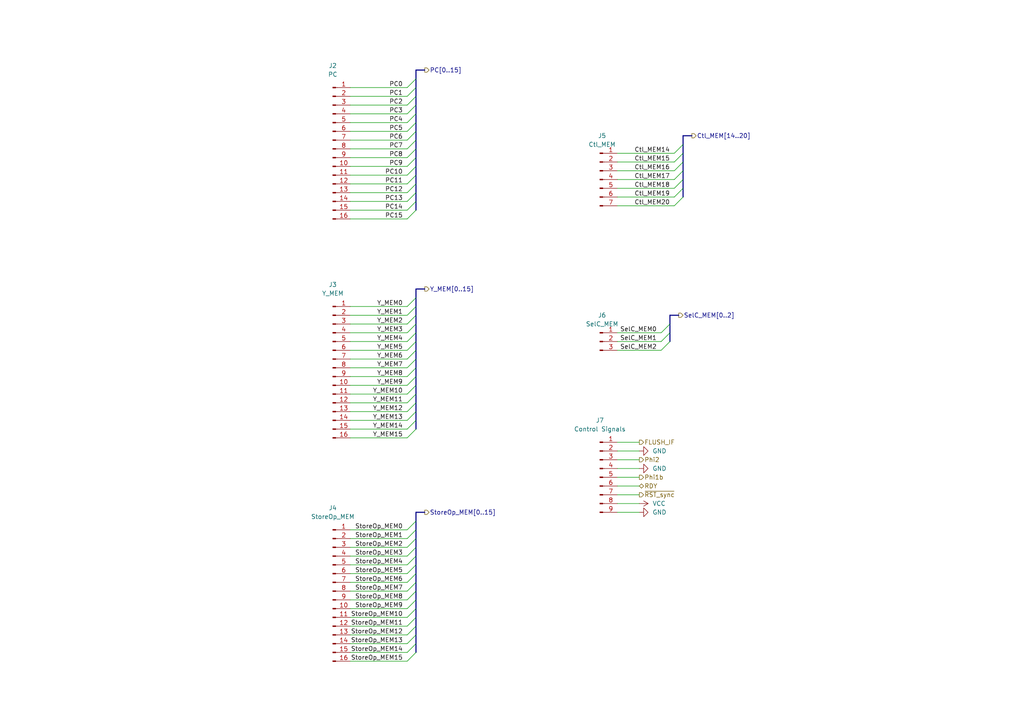
<source format=kicad_sch>
(kicad_sch (version 20230121) (generator eeschema)
  (paper "A4")
  (title_block (title "Turtle16: MEM Prototype Inputs") (date "2023-04-01") (rev "A") (comment 4 "Headers for various inputs to the prototype board"))
  (lib_symbols
    (symbol "Connector:Conn_01x03_Pin" (pin_names (offset 1.016) hide)
      (property "Reference" "J" (at 0 5.08 0))
      (property "Value" "Conn_01x03_Pin" (at 0 -5.08 0))
      (symbol "Conn_01x03_Pin_1_1"
        (polyline (pts (xy 1.27 -2.54) (xy 0.8636 -2.54)) (stroke (width 0.1524)))
        (polyline (pts (xy 1.27 0) (xy 0.8636 0)) (stroke (width 0.1524)))
        (polyline (pts (xy 1.27 2.54) (xy 0.8636 2.54)) (stroke (width 0.1524)))
        (rectangle (start 0.8636 -2.413) (end 0 -2.667) (stroke (width 0.1524)) (fill (type outline)))
        (rectangle (start 0.8636 0.127) (end 0 -0.127) (stroke (width 0.1524)) (fill (type outline)))
        (rectangle (start 0.8636 2.667) (end 0 2.413) (stroke (width 0.1524)) (fill (type outline)))
        (pin passive line (at 5.08 2.54 180) (length 3.81) (name "Pin_1") (number "1"))
        (pin passive line (at 5.08 0 180) (length 3.81) (name "Pin_2") (number "2"))
        (pin passive line (at 5.08 -2.54 180) (length 3.81) (name "Pin_3") (number "3"))
      )
    )
    (symbol "Connector:Conn_01x07_Pin" (pin_names (offset 1.016) hide)
      (property "Reference" "J" (at 0 10.16 0))
      (property "Value" "Conn_01x07_Pin" (at 0 -10.16 0))
      (symbol "Conn_01x07_Pin_1_1"
        (polyline (pts (xy 1.27 -7.62) (xy 0.8636 -7.62)) (stroke (width 0.1524)))
        (polyline (pts (xy 1.27 -5.08) (xy 0.8636 -5.08)) (stroke (width 0.1524)))
        (polyline (pts (xy 1.27 -2.54) (xy 0.8636 -2.54)) (stroke (width 0.1524)))
        (polyline (pts (xy 1.27 0) (xy 0.8636 0)) (stroke (width 0.1524)))
        (polyline (pts (xy 1.27 2.54) (xy 0.8636 2.54)) (stroke (width 0.1524)))
        (polyline (pts (xy 1.27 5.08) (xy 0.8636 5.08)) (stroke (width 0.1524)))
        (polyline (pts (xy 1.27 7.62) (xy 0.8636 7.62)) (stroke (width 0.1524)))
        (rectangle (start 0.8636 -7.493) (end 0 -7.747) (stroke (width 0.1524)) (fill (type outline)))
        (rectangle (start 0.8636 -4.953) (end 0 -5.207) (stroke (width 0.1524)) (fill (type outline)))
        (rectangle (start 0.8636 -2.413) (end 0 -2.667) (stroke (width 0.1524)) (fill (type outline)))
        (rectangle (start 0.8636 0.127) (end 0 -0.127) (stroke (width 0.1524)) (fill (type outline)))
        (rectangle (start 0.8636 2.667) (end 0 2.413) (stroke (width 0.1524)) (fill (type outline)))
        (rectangle (start 0.8636 5.207) (end 0 4.953) (stroke (width 0.1524)) (fill (type outline)))
        (rectangle (start 0.8636 7.747) (end 0 7.493) (stroke (width 0.1524)) (fill (type outline)))
        (pin passive line (at 5.08 7.62 180) (length 3.81) (name "Pin_1") (number "1"))
        (pin passive line (at 5.08 5.08 180) (length 3.81) (name "Pin_2") (number "2"))
        (pin passive line (at 5.08 2.54 180) (length 3.81) (name "Pin_3") (number "3"))
        (pin passive line (at 5.08 0 180) (length 3.81) (name "Pin_4") (number "4"))
        (pin passive line (at 5.08 -2.54 180) (length 3.81) (name "Pin_5") (number "5"))
        (pin passive line (at 5.08 -5.08 180) (length 3.81) (name "Pin_6") (number "6"))
        (pin passive line (at 5.08 -7.62 180) (length 3.81) (name "Pin_7") (number "7"))
      )
    )
    (symbol "Connector:Conn_01x09_Pin" (pin_names (offset 1.016) hide)
      (property "Reference" "J" (at 0 12.7 0))
      (property "Value" "Conn_01x09_Pin" (at 0 -12.7 0))
      (symbol "Conn_01x09_Pin_1_1"
        (polyline (pts (xy 1.27 -10.16) (xy 0.8636 -10.16)) (stroke (width 0.1524)))
        (polyline (pts (xy 1.27 -7.62) (xy 0.8636 -7.62)) (stroke (width 0.1524)))
        (polyline (pts (xy 1.27 -5.08) (xy 0.8636 -5.08)) (stroke (width 0.1524)))
        (polyline (pts (xy 1.27 -2.54) (xy 0.8636 -2.54)) (stroke (width 0.1524)))
        (polyline (pts (xy 1.27 0) (xy 0.8636 0)) (stroke (width 0.1524)))
        (polyline (pts (xy 1.27 2.54) (xy 0.8636 2.54)) (stroke (width 0.1524)))
        (polyline (pts (xy 1.27 5.08) (xy 0.8636 5.08)) (stroke (width 0.1524)))
        (polyline (pts (xy 1.27 7.62) (xy 0.8636 7.62)) (stroke (width 0.1524)))
        (polyline (pts (xy 1.27 10.16) (xy 0.8636 10.16)) (stroke (width 0.1524)))
        (rectangle (start 0.8636 -10.033) (end 0 -10.287) (stroke (width 0.1524)) (fill (type outline)))
        (rectangle (start 0.8636 -7.493) (end 0 -7.747) (stroke (width 0.1524)) (fill (type outline)))
        (rectangle (start 0.8636 -4.953) (end 0 -5.207) (stroke (width 0.1524)) (fill (type outline)))
        (rectangle (start 0.8636 -2.413) (end 0 -2.667) (stroke (width 0.1524)) (fill (type outline)))
        (rectangle (start 0.8636 0.127) (end 0 -0.127) (stroke (width 0.1524)) (fill (type outline)))
        (rectangle (start 0.8636 2.667) (end 0 2.413) (stroke (width 0.1524)) (fill (type outline)))
        (rectangle (start 0.8636 5.207) (end 0 4.953) (stroke (width 0.1524)) (fill (type outline)))
        (rectangle (start 0.8636 7.747) (end 0 7.493) (stroke (width 0.1524)) (fill (type outline)))
        (rectangle (start 0.8636 10.287) (end 0 10.033) (stroke (width 0.1524)) (fill (type outline)))
        (pin passive line (at 5.08 10.16 180) (length 3.81) (name "Pin_1") (number "1"))
        (pin passive line (at 5.08 7.62 180) (length 3.81) (name "Pin_2") (number "2"))
        (pin passive line (at 5.08 5.08 180) (length 3.81) (name "Pin_3") (number "3"))
        (pin passive line (at 5.08 2.54 180) (length 3.81) (name "Pin_4") (number "4"))
        (pin passive line (at 5.08 0 180) (length 3.81) (name "Pin_5") (number "5"))
        (pin passive line (at 5.08 -2.54 180) (length 3.81) (name "Pin_6") (number "6"))
        (pin passive line (at 5.08 -5.08 180) (length 3.81) (name "Pin_7") (number "7"))
        (pin passive line (at 5.08 -7.62 180) (length 3.81) (name "Pin_8") (number "8"))
        (pin passive line (at 5.08 -10.16 180) (length 3.81) (name "Pin_9") (number "9"))
      )
    )
    (symbol "Connector:Conn_01x16_Pin" (pin_names (offset 1.016) hide)
      (property "Reference" "J" (at 0 20.32 0))
      (property "Value" "Conn_01x16_Pin" (at 0 -22.86 0))
      (symbol "Conn_01x16_Pin_1_1"
        (polyline (pts (xy 1.27 -20.32) (xy 0.8636 -20.32)) (stroke (width 0.1524)))
        (polyline (pts (xy 1.27 -17.78) (xy 0.8636 -17.78)) (stroke (width 0.1524)))
        (polyline (pts (xy 1.27 -15.24) (xy 0.8636 -15.24)) (stroke (width 0.1524)))
        (polyline (pts (xy 1.27 -12.7) (xy 0.8636 -12.7)) (stroke (width 0.1524)))
        (polyline (pts (xy 1.27 -10.16) (xy 0.8636 -10.16)) (stroke (width 0.1524)))
        (polyline (pts (xy 1.27 -7.62) (xy 0.8636 -7.62)) (stroke (width 0.1524)))
        (polyline (pts (xy 1.27 -5.08) (xy 0.8636 -5.08)) (stroke (width 0.1524)))
        (polyline (pts (xy 1.27 -2.54) (xy 0.8636 -2.54)) (stroke (width 0.1524)))
        (polyline (pts (xy 1.27 0) (xy 0.8636 0)) (stroke (width 0.1524)))
        (polyline (pts (xy 1.27 2.54) (xy 0.8636 2.54)) (stroke (width 0.1524)))
        (polyline (pts (xy 1.27 5.08) (xy 0.8636 5.08)) (stroke (width 0.1524)))
        (polyline (pts (xy 1.27 7.62) (xy 0.8636 7.62)) (stroke (width 0.1524)))
        (polyline (pts (xy 1.27 10.16) (xy 0.8636 10.16)) (stroke (width 0.1524)))
        (polyline (pts (xy 1.27 12.7) (xy 0.8636 12.7)) (stroke (width 0.1524)))
        (polyline (pts (xy 1.27 15.24) (xy 0.8636 15.24)) (stroke (width 0.1524)))
        (polyline (pts (xy 1.27 17.78) (xy 0.8636 17.78)) (stroke (width 0.1524)))
        (rectangle (start 0.8636 -20.193) (end 0 -20.447) (stroke (width 0.1524)) (fill (type outline)))
        (rectangle (start 0.8636 -17.653) (end 0 -17.907) (stroke (width 0.1524)) (fill (type outline)))
        (rectangle (start 0.8636 -15.113) (end 0 -15.367) (stroke (width 0.1524)) (fill (type outline)))
        (rectangle (start 0.8636 -12.573) (end 0 -12.827) (stroke (width 0.1524)) (fill (type outline)))
        (rectangle (start 0.8636 -10.033) (end 0 -10.287) (stroke (width 0.1524)) (fill (type outline)))
        (rectangle (start 0.8636 -7.493) (end 0 -7.747) (stroke (width 0.1524)) (fill (type outline)))
        (rectangle (start 0.8636 -4.953) (end 0 -5.207) (stroke (width 0.1524)) (fill (type outline)))
        (rectangle (start 0.8636 -2.413) (end 0 -2.667) (stroke (width 0.1524)) (fill (type outline)))
        (rectangle (start 0.8636 0.127) (end 0 -0.127) (stroke (width 0.1524)) (fill (type outline)))
        (rectangle (start 0.8636 2.667) (end 0 2.413) (stroke (width 0.1524)) (fill (type outline)))
        (rectangle (start 0.8636 5.207) (end 0 4.953) (stroke (width 0.1524)) (fill (type outline)))
        (rectangle (start 0.8636 7.747) (end 0 7.493) (stroke (width 0.1524)) (fill (type outline)))
        (rectangle (start 0.8636 10.287) (end 0 10.033) (stroke (width 0.1524)) (fill (type outline)))
        (rectangle (start 0.8636 12.827) (end 0 12.573) (stroke (width 0.1524)) (fill (type outline)))
        (rectangle (start 0.8636 15.367) (end 0 15.113) (stroke (width 0.1524)) (fill (type outline)))
        (rectangle (start 0.8636 17.907) (end 0 17.653) (stroke (width 0.1524)) (fill (type outline)))
        (pin passive line (at 5.08 17.78 180) (length 3.81) (name "Pin_1") (number "1"))
        (pin passive line (at 5.08 -5.08 180) (length 3.81) (name "Pin_10") (number "10"))
        (pin passive line (at 5.08 -7.62 180) (length 3.81) (name "Pin_11") (number "11"))
        (pin passive line (at 5.08 -10.16 180) (length 3.81) (name "Pin_12") (number "12"))
        (pin passive line (at 5.08 -12.7 180) (length 3.81) (name "Pin_13") (number "13"))
        (pin passive line (at 5.08 -15.24 180) (length 3.81) (name "Pin_14") (number "14"))
        (pin passive line (at 5.08 -17.78 180) (length 3.81) (name "Pin_15") (number "15"))
        (pin passive line (at 5.08 -20.32 180) (length 3.81) (name "Pin_16") (number "16"))
        (pin passive line (at 5.08 15.24 180) (length 3.81) (name "Pin_2") (number "2"))
        (pin passive line (at 5.08 12.7 180) (length 3.81) (name "Pin_3") (number "3"))
        (pin passive line (at 5.08 10.16 180) (length 3.81) (name "Pin_4") (number "4"))
        (pin passive line (at 5.08 7.62 180) (length 3.81) (name "Pin_5") (number "5"))
        (pin passive line (at 5.08 5.08 180) (length 3.81) (name "Pin_6") (number "6"))
        (pin passive line (at 5.08 2.54 180) (length 3.81) (name "Pin_7") (number "7"))
        (pin passive line (at 5.08 0 180) (length 3.81) (name "Pin_8") (number "8"))
        (pin passive line (at 5.08 -2.54 180) (length 3.81) (name "Pin_9") (number "9"))
      )
    )
    (symbol "power:GND" (power) (pin_names (offset 0))
      (property "Value" "GND" (at 0 -3.81 0))
      (symbol "GND_0_1"
        (polyline (pts (xy 0 0) (xy 0 -1.27) (xy 1.27 -1.27) (xy 0 -2.54) (xy -1.27 -1.27) (xy 0 -1.27)))
      )
      (symbol "GND_1_1"
        (pin power_in line (at 0 0 270) (length 0) hide (name "GND") (number "1"))
      )
    )
    (symbol "power:VCC" (power) (pin_names (offset 0))
      (property "Value" "VCC" (at 0 3.81 0))
      (symbol "VCC_0_1"
        (polyline (pts (xy -0.762 1.27) (xy 0 2.54)))
        (polyline (pts (xy 0 0) (xy 0 2.54)))
        (polyline (pts (xy 0 2.54) (xy 0.762 1.27)))
      )
      (symbol "VCC_1_1"
        (pin power_in line (at 0 0 90) (length 0) hide (name "VCC") (number "1"))
      )
    )
  )
  (bus_entry (at 120.65 38.1) (size -2.54 2.54))
  (bus_entry (at 120.65 104.14) (size -2.54 2.54))
  (bus_entry (at 120.65 22.86) (size -2.54 2.54))
  (bus_entry (at 120.65 88.9) (size -2.54 2.54))
  (bus_entry (at 120.65 114.3) (size -2.54 2.54))
  (bus_entry (at 120.65 27.94) (size -2.54 2.54))
  (bus_entry (at 120.65 106.68) (size -2.54 2.54))
  (bus_entry (at 120.65 179.07) (size -2.54 2.54))
  (bus_entry (at 198.12 46.99) (size -2.54 2.54))
  (bus_entry (at 120.65 153.67) (size -2.54 2.54))
  (bus_entry (at 120.65 55.88) (size -2.54 2.54))
  (bus_entry (at 120.65 111.76) (size -2.54 2.54))
  (bus_entry (at 120.65 176.53) (size -2.54 2.54))
  (bus_entry (at 120.65 119.38) (size -2.54 2.54))
  (bus_entry (at 120.65 25.4) (size -2.54 2.54))
  (bus_entry (at 120.65 35.56) (size -2.54 2.54))
  (bus_entry (at 120.65 173.99) (size -2.54 2.54))
  (bus_entry (at 198.12 57.15) (size -2.54 2.54))
  (bus_entry (at 120.65 91.44) (size -2.54 2.54))
  (bus_entry (at 120.65 161.29) (size -2.54 2.54))
  (bus_entry (at 120.65 86.36) (size -2.54 2.54))
  (bus_entry (at 120.65 163.83) (size -2.54 2.54))
  (bus_entry (at 120.65 156.21) (size -2.54 2.54))
  (bus_entry (at 120.65 96.52) (size -2.54 2.54))
  (bus_entry (at 198.12 52.07) (size -2.54 2.54))
  (bus_entry (at 120.65 101.6) (size -2.54 2.54))
  (bus_entry (at 120.65 166.37) (size -2.54 2.54))
  (bus_entry (at 120.65 189.23) (size -2.54 2.54))
  (bus_entry (at 120.65 50.8) (size -2.54 2.54))
  (bus_entry (at 120.65 121.92) (size -2.54 2.54))
  (bus_entry (at 194.31 93.98) (size -2.54 2.54))
  (bus_entry (at 120.65 184.15) (size -2.54 2.54))
  (bus_entry (at 120.65 53.34) (size -2.54 2.54))
  (bus_entry (at 120.65 171.45) (size -2.54 2.54))
  (bus_entry (at 120.65 60.96) (size -2.54 2.54))
  (bus_entry (at 120.65 181.61) (size -2.54 2.54))
  (bus_entry (at 194.31 96.52) (size -2.54 2.54))
  (bus_entry (at 194.31 99.06) (size -2.54 2.54))
  (bus_entry (at 120.65 124.46) (size -2.54 2.54))
  (bus_entry (at 120.65 45.72) (size -2.54 2.54))
  (bus_entry (at 120.65 93.98) (size -2.54 2.54))
  (bus_entry (at 198.12 54.61) (size -2.54 2.54))
  (bus_entry (at 120.65 58.42) (size -2.54 2.54))
  (bus_entry (at 120.65 99.06) (size -2.54 2.54))
  (bus_entry (at 198.12 41.91) (size -2.54 2.54))
  (bus_entry (at 198.12 49.53) (size -2.54 2.54))
  (bus_entry (at 120.65 109.22) (size -2.54 2.54))
  (bus_entry (at 120.65 33.02) (size -2.54 2.54))
  (bus_entry (at 120.65 168.91) (size -2.54 2.54))
  (bus_entry (at 120.65 43.18) (size -2.54 2.54))
  (bus_entry (at 120.65 186.69) (size -2.54 2.54))
  (bus_entry (at 120.65 151.13) (size -2.54 2.54))
  (bus_entry (at 198.12 44.45) (size -2.54 2.54))
  (bus_entry (at 120.65 48.26) (size -2.54 2.54))
  (bus_entry (at 120.65 40.64) (size -2.54 2.54))
  (bus_entry (at 120.65 116.84) (size -2.54 2.54))
  (bus_entry (at 120.65 158.75) (size -2.54 2.54))
  (bus_entry (at 120.65 30.48) (size -2.54 2.54))
  (bus (pts (xy 194.31 96.52) (xy 194.31 99.06)))
  (wire (pts (xy 179.07 138.43) (xy 185.42 138.43)))
  (bus (pts (xy 120.65 119.38) (xy 120.65 121.92)))
  (bus (pts (xy 120.65 88.9) (xy 120.65 91.44)))
  (wire (pts (xy 118.11 58.42) (xy 101.6 58.42)))
  (bus (pts (xy 120.65 156.21) (xy 120.65 158.75)))
  (bus (pts (xy 120.65 30.48) (xy 120.65 33.02)))
  (wire (pts (xy 191.77 101.6) (xy 179.07 101.6)))
  (wire (pts (xy 118.11 40.64) (xy 101.6 40.64)))
  (bus (pts (xy 120.65 186.69) (xy 120.65 189.23)))
  (wire (pts (xy 118.11 121.92) (xy 101.6 121.92)))
  (wire (pts (xy 118.11 116.84) (xy 101.6 116.84)))
  (wire (pts (xy 191.77 96.52) (xy 179.07 96.52)))
  (wire (pts (xy 118.11 163.83) (xy 101.6 163.83)))
  (bus (pts (xy 120.65 158.75) (xy 120.65 161.29)))
  (wire (pts (xy 195.58 49.53) (xy 179.07 49.53)))
  (bus (pts (xy 120.65 176.53) (xy 120.65 179.07)))
  (wire (pts (xy 118.11 111.76) (xy 101.6 111.76)))
  (bus (pts (xy 120.65 166.37) (xy 120.65 168.91)))
  (wire (pts (xy 118.11 189.23) (xy 101.6 189.23)))
  (bus (pts (xy 120.65 86.36) (xy 120.65 88.9)))
  (bus (pts (xy 120.65 184.15) (xy 120.65 186.69)))
  (bus (pts (xy 120.65 106.68) (xy 120.65 109.22)))
  (bus (pts (xy 120.65 25.4) (xy 120.65 27.94)))
  (bus (pts (xy 120.65 121.92) (xy 120.65 124.46)))
  (wire (pts (xy 179.07 128.27) (xy 185.42 128.27)))
  (wire (pts (xy 118.11 171.45) (xy 101.6 171.45)))
  (wire (pts (xy 118.11 91.44) (xy 101.6 91.44)))
  (bus (pts (xy 120.65 181.61) (xy 120.65 184.15)))
  (wire (pts (xy 179.07 146.05) (xy 185.42 146.05)))
  (wire (pts (xy 118.11 181.61) (xy 101.6 181.61)))
  (wire (pts (xy 118.11 53.34) (xy 101.6 53.34)))
  (wire (pts (xy 118.11 186.69) (xy 101.6 186.69)))
  (wire (pts (xy 118.11 88.9) (xy 101.6 88.9)))
  (bus (pts (xy 120.65 22.86) (xy 120.65 25.4)))
  (bus (pts (xy 120.65 179.07) (xy 120.65 181.61)))
  (wire (pts (xy 118.11 38.1) (xy 101.6 38.1)))
  (wire (pts (xy 118.11 45.72) (xy 101.6 45.72)))
  (wire (pts (xy 118.11 48.26) (xy 101.6 48.26)))
  (wire (pts (xy 118.11 101.6) (xy 101.6 101.6)))
  (bus (pts (xy 120.65 104.14) (xy 120.65 106.68)))
  (bus (pts (xy 120.65 40.64) (xy 120.65 43.18)))
  (bus (pts (xy 120.65 27.94) (xy 120.65 30.48)))
  (wire (pts (xy 195.58 44.45) (xy 179.07 44.45)))
  (bus (pts (xy 194.31 91.44) (xy 194.31 93.98)))
  (wire (pts (xy 179.07 140.97) (xy 185.42 140.97)))
  (bus (pts (xy 120.65 93.98) (xy 120.65 96.52)))
  (wire (pts (xy 118.11 153.67) (xy 101.6 153.67)))
  (bus (pts (xy 120.65 53.34) (xy 120.65 55.88)))
  (bus (pts (xy 123.19 148.59) (xy 120.65 148.59)))
  (wire (pts (xy 118.11 25.4) (xy 101.6 25.4)))
  (bus (pts (xy 198.12 46.99) (xy 198.12 49.53)))
  (wire (pts (xy 195.58 52.07) (xy 179.07 52.07)))
  (bus (pts (xy 198.12 52.07) (xy 198.12 54.61)))
  (bus (pts (xy 120.65 91.44) (xy 120.65 93.98)))
  (bus (pts (xy 196.85 91.44) (xy 194.31 91.44)))
  (bus (pts (xy 120.65 43.18) (xy 120.65 45.72)))
  (wire (pts (xy 118.11 99.06) (xy 101.6 99.06)))
  (wire (pts (xy 118.11 127) (xy 101.6 127)))
  (wire (pts (xy 179.07 148.59) (xy 185.42 148.59)))
  (bus (pts (xy 120.65 111.76) (xy 120.65 114.3)))
  (bus (pts (xy 120.65 153.67) (xy 120.65 156.21)))
  (bus (pts (xy 120.65 101.6) (xy 120.65 104.14)))
  (wire (pts (xy 179.07 130.81) (xy 185.42 130.81)))
  (wire (pts (xy 195.58 46.99) (xy 179.07 46.99)))
  (bus (pts (xy 200.66 39.37) (xy 198.12 39.37)))
  (wire (pts (xy 195.58 59.69) (xy 179.07 59.69)))
  (wire (pts (xy 118.11 191.77) (xy 101.6 191.77)))
  (bus (pts (xy 120.65 96.52) (xy 120.65 99.06)))
  (wire (pts (xy 118.11 93.98) (xy 101.6 93.98)))
  (wire (pts (xy 118.11 27.94) (xy 101.6 27.94)))
  (bus (pts (xy 198.12 41.91) (xy 198.12 44.45)))
  (bus (pts (xy 120.65 45.72) (xy 120.65 48.26)))
  (bus (pts (xy 120.65 148.59) (xy 120.65 151.13)))
  (bus (pts (xy 120.65 50.8) (xy 120.65 53.34)))
  (wire (pts (xy 179.07 135.89) (xy 185.42 135.89)))
  (bus (pts (xy 120.65 151.13) (xy 120.65 153.67)))
  (wire (pts (xy 118.11 173.99) (xy 101.6 173.99)))
  (bus (pts (xy 120.65 173.99) (xy 120.65 176.53)))
  (wire (pts (xy 118.11 33.02) (xy 101.6 33.02)))
  (wire (pts (xy 118.11 55.88) (xy 101.6 55.88)))
  (bus (pts (xy 198.12 44.45) (xy 198.12 46.99)))
  (bus (pts (xy 120.65 99.06) (xy 120.65 101.6)))
  (wire (pts (xy 118.11 166.37) (xy 101.6 166.37)))
  (wire (pts (xy 118.11 184.15) (xy 101.6 184.15)))
  (bus (pts (xy 120.65 83.82) (xy 120.65 86.36)))
  (bus (pts (xy 120.65 35.56) (xy 120.65 38.1)))
  (wire (pts (xy 118.11 106.68) (xy 101.6 106.68)))
  (bus (pts (xy 198.12 39.37) (xy 198.12 41.91)))
  (wire (pts (xy 118.11 158.75) (xy 101.6 158.75)))
  (wire (pts (xy 118.11 30.48) (xy 101.6 30.48)))
  (wire (pts (xy 118.11 176.53) (xy 101.6 176.53)))
  (wire (pts (xy 118.11 109.22) (xy 101.6 109.22)))
  (wire (pts (xy 191.77 99.06) (xy 179.07 99.06)))
  (bus (pts (xy 120.65 33.02) (xy 120.65 35.56)))
  (wire (pts (xy 118.11 35.56) (xy 101.6 35.56)))
  (bus (pts (xy 120.65 109.22) (xy 120.65 111.76)))
  (wire (pts (xy 118.11 156.21) (xy 101.6 156.21)))
  (bus (pts (xy 123.19 83.82) (xy 120.65 83.82)))
  (wire (pts (xy 118.11 50.8) (xy 101.6 50.8)))
  (wire (pts (xy 118.11 124.46) (xy 101.6 124.46)))
  (bus (pts (xy 120.65 38.1) (xy 120.65 40.64)))
  (wire (pts (xy 195.58 57.15) (xy 179.07 57.15)))
  (wire (pts (xy 118.11 43.18) (xy 101.6 43.18)))
  (wire (pts (xy 118.11 104.14) (xy 101.6 104.14)))
  (bus (pts (xy 120.65 163.83) (xy 120.65 166.37)))
  (bus (pts (xy 198.12 49.53) (xy 198.12 52.07)))
  (bus (pts (xy 194.31 93.98) (xy 194.31 96.52)))
  (wire (pts (xy 118.11 96.52) (xy 101.6 96.52)))
  (wire (pts (xy 179.07 143.51) (xy 185.42 143.51)))
  (bus (pts (xy 120.65 20.32) (xy 120.65 22.86)))
  (wire (pts (xy 118.11 179.07) (xy 101.6 179.07)))
  (wire (pts (xy 118.11 114.3) (xy 101.6 114.3)))
  (wire (pts (xy 118.11 60.96) (xy 101.6 60.96)))
  (wire (pts (xy 195.58 54.61) (xy 179.07 54.61)))
  (bus (pts (xy 120.65 58.42) (xy 120.65 60.96)))
  (bus (pts (xy 120.65 114.3) (xy 120.65 116.84)))
  (bus (pts (xy 120.65 48.26) (xy 120.65 50.8)))
  (wire (pts (xy 179.07 133.35) (xy 185.42 133.35)))
  (bus (pts (xy 120.65 116.84) (xy 120.65 119.38)))
  (bus (pts (xy 123.19 20.32) (xy 120.65 20.32)))
  (wire (pts (xy 118.11 63.5) (xy 101.6 63.5)))
  (bus (pts (xy 198.12 54.61) (xy 198.12 57.15)))
  (bus (pts (xy 120.65 171.45) (xy 120.65 173.99)))
  (wire (pts (xy 118.11 119.38) (xy 101.6 119.38)))
  (bus (pts (xy 120.65 161.29) (xy 120.65 163.83)))
  (wire (pts (xy 118.11 161.29) (xy 101.6 161.29)))
  (wire (pts (xy 118.11 168.91) (xy 101.6 168.91)))
  (bus (pts (xy 120.65 168.91) (xy 120.65 171.45)))
  (bus (pts (xy 120.65 55.88) (xy 120.65 58.42)))
  (label "Y_MEM10" (at 116.84 114.3 180))
  (label "Ctl_MEM14" (at 194.31 44.45 180))
  (label "SelC_MEM1" (at 190.5 99.06 180))
  (label "PC7" (at 116.84 43.18 180))
  (label "StoreOp_MEM2" (at 116.84 158.75 180))
  (label "StoreOp_MEM1" (at 116.84 156.21 180))
  (label "Y_MEM8" (at 116.84 109.22 180))
  (label "StoreOp_MEM12" (at 116.84 184.15 180))
  (label "StoreOp_MEM8" (at 116.84 173.99 180))
  (label "Y_MEM2" (at 116.84 93.98 180))
  (label "Y_MEM12" (at 116.84 119.38 180))
  (label "Y_MEM5" (at 116.84 101.6 180))
  (label "Ctl_MEM16" (at 194.31 49.53 180))
  (label "PC1" (at 116.84 27.94 180))
  (label "PC4" (at 116.84 35.56 180))
  (label "PC8" (at 116.84 45.72 180))
  (label "StoreOp_MEM15" (at 116.84 191.77 180))
  (label "Ctl_MEM17" (at 194.31 52.07 180))
  (label "Y_MEM3" (at 116.84 96.52 180))
  (label "Y_MEM7" (at 116.84 106.68 180))
  (label "StoreOp_MEM11" (at 116.84 181.61 180))
  (label "Y_MEM9" (at 116.84 111.76 180))
  (label "PC14" (at 116.84 60.96 180))
  (label "SelC_MEM0" (at 190.5 96.52 180))
  (label "Y_MEM13" (at 116.84 121.92 180))
  (label "PC15" (at 116.84 63.5 180))
  (label "StoreOp_MEM9" (at 116.84 176.53 180))
  (label "PC10" (at 116.84 50.8 180))
  (label "StoreOp_MEM4" (at 116.84 163.83 180))
  (label "Ctl_MEM18" (at 194.31 54.61 180))
  (label "Y_MEM4" (at 116.84 99.06 180))
  (label "PC6" (at 116.84 40.64 180))
  (label "SelC_MEM2" (at 190.5 101.6 180))
  (label "PC9" (at 116.84 48.26 180))
  (label "Ctl_MEM19" (at 194.31 57.15 180))
  (label "Y_MEM15" (at 116.84 127 180))
  (label "StoreOp_MEM10" (at 116.84 179.07 180))
  (label "Y_MEM6" (at 116.84 104.14 180))
  (label "Y_MEM14" (at 116.84 124.46 180))
  (label "StoreOp_MEM3" (at 116.84 161.29 180))
  (label "PC3" (at 116.84 33.02 180))
  (label "Y_MEM11" (at 116.84 116.84 180))
  (label "Ctl_MEM15" (at 194.31 46.99 180))
  (label "Ctl_MEM20" (at 194.31 59.69 180))
  (label "StoreOp_MEM6" (at 116.84 168.91 180))
  (label "StoreOp_MEM7" (at 116.84 171.45 180))
  (label "StoreOp_MEM13" (at 116.84 186.69 180))
  (label "PC11" (at 116.84 53.34 180))
  (label "Y_MEM1" (at 116.84 91.44 180))
  (label "PC0" (at 116.84 25.4 180))
  (label "StoreOp_MEM0" (at 116.84 153.67 180))
  (label "PC13" (at 116.84 58.42 180))
  (label "PC5" (at 116.84 38.1 180))
  (label "PC2" (at 116.84 30.48 180))
  (label "StoreOp_MEM5" (at 116.84 166.37 180))
  (label "Y_MEM0" (at 116.84 88.9 180))
  (label "PC12" (at 116.84 55.88 180))
  (label "StoreOp_MEM14" (at 116.84 189.23 180))
  (hierarchical_label "RDY" (shape tri_state) (at 185.42 140.97 0))
  (hierarchical_label "StoreOp_MEM[0..15]" (shape output) (at 123.19 148.59 0))
  (hierarchical_label "Y_MEM[0..15]" (shape output) (at 123.19 83.82 0))
  (hierarchical_label "Phi2" (shape output) (at 185.42 133.35 0))
  (hierarchical_label "FLUSH_IF" (shape output) (at 185.42 128.27 0))
  (hierarchical_label "Phi1b" (shape output) (at 185.42 138.43 0))
  (hierarchical_label "PC[0..15]" (shape output) (at 123.19 20.32 0))
  (hierarchical_label "~{RST_sync}" (shape output) (at 185.42 143.51 0))
  (hierarchical_label "SelC_MEM[0..2]" (shape output) (at 196.85 91.44 0))
  (hierarchical_label "Ctl_MEM[14..20]" (shape output) (at 200.66 39.37 0))
  (symbol (lib_id "Connector:Conn_01x03_Pin") (at 173.99 99.06 0) (unit 1)
    (property "Reference" "J6" (at 174.625 91.44 0))
    (property "Value" "SelC_MEM" (at 174.625 93.98 0))
    (property "Footprint" "Connector_PinHeader_2.54mm:PinHeader_1x03_P2.54mm_Vertical" (effects hide))
  )
  (symbol (lib_id "power:GND") (at 185.42 135.89 90) (unit 1)
    (property "Reference" "#PWR0142" (effects hide))
    (property "Value" "GND" (at 189.23 135.8899 90) (effects (justify right)))
  )
  (symbol (lib_id "power:GND") (at 185.42 148.59 90) (unit 1)
    (property "Reference" "#PWR0144" (effects hide))
    (property "Value" "GND" (at 189.23 148.5899 90) (effects (justify right)))
  )
  (symbol (lib_id "Connector:Conn_01x16_Pin") (at 96.52 106.68 0) (unit 1)
    (property "Reference" "J3" (at 96.52 82.55 0))
    (property "Value" "Y_MEM" (at 96.52 85.09 0))
    (property "Footprint" "Connector_PinHeader_2.54mm:PinHeader_1x16_P2.54mm_Vertical" (effects hide))
  )
  (symbol (lib_id "power:VCC") (at 185.42 146.05 270) (unit 1)
    (property "Reference" "#PWR0143" (effects hide))
    (property "Value" "VCC" (at 189.23 146.0501 90) (effects (justify left)))
  )
  (symbol (lib_id "power:GND") (at 185.42 130.81 90) (unit 1)
    (property "Reference" "#PWR0141" (effects hide))
    (property "Value" "GND" (at 189.23 130.8099 90) (effects (justify right)))
  )
  (symbol (lib_id "Connector:Conn_01x09_Pin") (at 173.99 138.43 0) (unit 1)
    (property "Reference" "J7" (at 173.99 121.92 0))
    (property "Value" "Control Signals" (at 173.99 124.46 0))
    (property "Footprint" "Connector_PinHeader_2.54mm:PinHeader_1x09_P2.54mm_Vertical" (effects hide))
  )
  (symbol (lib_id "Connector:Conn_01x16_Pin") (at 96.52 171.45 0) (unit 1)
    (property "Reference" "J4" (at 96.52 147.32 0))
    (property "Value" "StoreOp_MEM" (at 96.52 149.86 0))
    (property "Footprint" "Connector_PinHeader_2.54mm:PinHeader_1x16_P2.54mm_Vertical" (effects hide))
  )
  (symbol (lib_id "Connector:Conn_01x16_Pin") (at 96.52 43.18 0) (unit 1)
    (property "Reference" "J2" (at 96.52 19.05 0))
    (property "Value" "PC" (at 96.52 21.59 0))
    (property "Footprint" "Connector_PinHeader_2.54mm:PinHeader_1x16_P2.54mm_Vertical" (effects hide))
  )
  (symbol (lib_id "Connector:Conn_01x07_Pin") (at 173.99 52.07 0) (unit 1)
    (property "Reference" "J5" (at 174.625 39.37 0))
    (property "Value" "Ctl_MEM" (at 174.625 41.91 0))
    (property "Footprint" "Connector_PinHeader_2.54mm:PinHeader_1x07_P2.54mm_Vertical" (effects hide))
  )
)
</source>
